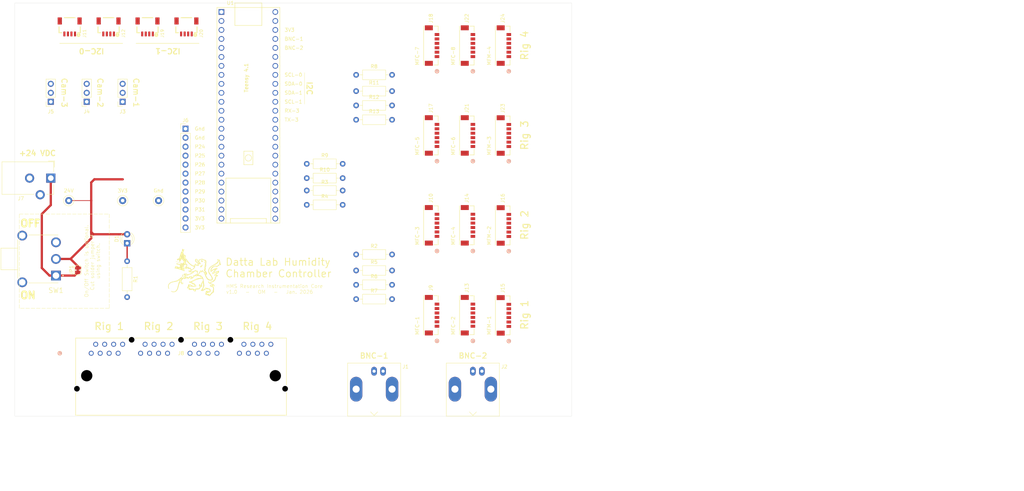
<source format=kicad_pcb>
(kicad_pcb (version 20241229) (generator "pcbnew") (generator_version "9.0")
  (title_block (title "Datta Lab Humidity Chamber Controller") (date "2026-01-07") (rev "1.0") (company "HMS Research Instrumentation Core"))
  (layers (0 "F.Cu" signal) (2 "B.Cu" signal) (13 "F.Paste" user) (15 "B.Paste" user) (5 "F.SilkS" user "F.Silkscreen") (7 "B.SilkS" user "B.Silkscreen") (1 "F.Mask" user) (3 "B.Mask" user) (25 "Edge.Cuts" user))
  (net 0 "")
  (net 1 "Net-(JP1-A)")
  (net 2 "Net-(J6-Pin_4)")
  (net 3 "Net-(J6-Pin_10)")
  (net 4 "Net-(J6-Pin_7)")
  (net 5 "/BNC-1")
  (net 6 "/BNC-2")
  (net 7 "/Cam-1-GPIO-1")
  (net 8 "/Cam-1-GPIO-2")
  (net 9 "GND")
  (net 10 "/SCL-1")
  (net 11 "+24V")
  (net 12 "/SDA-1")
  (net 14 "/Cam-2-GPIO-1")
  (net 17 "Net-(J18-Pin_2)")
  (net 18 "/Cam-2-GPIO-2")
  (net 19 "/Cam-3-GPIO-2")
  (net 20 "/Cam-3-GPIO-1")
  (net 21 "Net-(J6-Pin_8)")
  (net 22 "Net-(J6-Pin_5)")
  (net 23 "Net-(J6-Pin_3)")
  (net 24 "Net-(J6-Pin_6)")
  (net 25 "Net-(J6-Pin_9)")
  (net 27 "+3.3V")
  (net 28 "/GPIO-5")
  (net 30 "/TX-1")
  (net 31 "/TX-5")
  (net 34 "/GPIO-3")
  (net 37 "/GPIO-1")
  (net 40 "/RX-1")
  (net 43 "/GPIO-2")
  (net 46 "/RX-2")
  (net 47 "/TX-3")
  (net 51 "/RX-5")
  (net 55 "/SDA-0")
  (net 56 "/SCL-0")
  (net 57 "Net-(J10-Pin_2)")
  (net 59 "Net-(J13-Pin_2)")
  (net 62 "Net-(J14-Pin_2)")
  (net 64 "Net-(J16-Pin_2)")
  (net 65 "Net-(J21-Pin_2)")
  (net 68 "Net-(J22-Pin_2)")
  (net 70 "Net-(J24-Pin_2)")
  (net 79 "/TX-2")
  (net 80 "/RX-3")
  (net 84 "Net-(D1-K)")
  (footprint "Resistor_THT:R_Axial_DIN0207_L6.3mm_D2.5mm_P10.16mm_Horizontal" (layer "F.Cu") (at 54.61 95.885 -90)
    (property "Reference" "R1")
    (property "Value" "R")
  )
  (footprint "Resistor_THT:R_Axial_DIN0207_L6.3mm_D2.5mm_P10.16mm_Horizontal" (layer "F.Cu") (at 105.41 75.89)
    (property "Reference" "R3")
    (property "Value" "10k")
  )
  (footprint "RIC Logo Footprints:RIC_Logo_15mm" (layer "F.Cu") (at 73.66 99.06)
    (property "Reference" "G1" (hide yes))
    (property "Value" "RIC_Logo" (hide yes))
  )
  (footprint "Resistor_THT:R_Axial_DIN0207_L6.3mm_D2.5mm_P10.16mm_Horizontal" (layer "F.Cu") (at 119.38 55.88)
    (property "Reference" "R13")
    (property "Value" "560")
  )
  (footprint "Connector_Sensirion:CONN_50556806xx_MOL" (layer "F.Cu") (at 150.6804 60.316667 90)
    (property "Reference" "J21")
    (property "Value" "MFC 2")
  )
  (footprint "SparkFun-Connectors:1X04_1MM_RA" (layer "F.Cu") (at 60.372413 31.61284 180)
    (property "Reference" "J19")
    (property "Value" "I2C_STANDARDQWIIC")
  )
  (footprint "Resistor_THT:R_Axial_DIN0207_L6.3mm_D2.5mm_P10.16mm_Horizontal" (layer "F.Cu") (at 105.41 68.34)
    (property "Reference" "R9")
    (property "Value" "10k")
  )
  (footprint "Connector_Sensirion:CONN_50556806xx_MOL" (layer "F.Cu") (at 140.5204 34.898334 90)
    (property "Reference" "J18")
    (property "Value" "MFC 3")
  )
  (footprint "Connector_Sensirion:CONN_50556806xx_MOL" (layer "F.Cu") (at 160.8404 111.208332 90)
    (property "Reference" "J15")
    (property "Value" "MFM 1")
  )
  (footprint "Resistor_THT:R_Axial_DIN0207_L6.3mm_D2.5mm_P10.16mm_Horizontal" (layer "F.Cu") (at 119.38 106.61)
    (property "Reference" "R7")
    (property "Value" "560")
  )
  (footprint "MountingHole:MountingHole_3.2mm_M3" (layer "F.Cu") (at 175.26 27.94)
    (property "Reference" "H6" (hide yes))
    (property "Value" "MountingHole")
  )
  (footprint "TestPoint:TestPoint_Loop_D1.80mm_Drill1.0mm_Beaded" (layer "F.Cu") (at 53.34 78.74)
    (property "Reference" "TP3" (hide yes))
    (property "Value" "3V3")
  )
  (footprint "Connector_PinSocket_2.54mm:PinSocket_1x03_P2.54mm_Vertical" (layer "F.Cu") (at 33.02 50.8 180)
    (property "Reference" "J5")
    (property "Value" "Cam-3")
  )
  (footprint "MountingHole:MountingHole_3.2mm_M3" (layer "F.Cu") (at 304.8 139.7)
    (property "Reference" "H4" (hide yes))
    (property "Value" "MountingHole" (hide yes))
  )
  (footprint "Connector_BarrelJack:BarrelJack_CUI_PJ-102AH_Horizontal" (layer "F.Cu") (at 33.02 72.39 -90)
    (property "Reference" "J7")
    (property "Value" "+24 VDC")
  )
  (footprint "Resistor_THT:R_Axial_DIN0207_L6.3mm_D2.5mm_P10.16mm_Horizontal" (layer "F.Cu") (at 119.38 98.51)
    (property "Reference" "R5")
    (property "Value" "560")
  )
  (footprint "Connector_Coaxial:BNC_Amphenol_B6252HB-NPP3G-50_Horizontal" (layer "F.Cu") (at 152.4 127 180)
    (property "Reference" "J2")
    (property "Value" "BNC-2")
  )
  (footprint "Jumper:SolderJumper-2_P1.3mm_Bridged_RoundedPad1.0x1.5mm" (layer "F.Cu") (at 40.64 98.41 90)
    (property "Reference" "JP1")
    (property "Value" "SolderJumper_2_Open")
  )
  (footprint "RJ45_x4:CONN_A00-432-262-450_EDA" (layer "F.Cu") (at 44.45 121.92)
    (property "Reference" "J8")
    (property "Value" "A00-432-262-450")
  )
  (footprint "LED_THT:LED_D3.0mm" (layer "F.Cu") (at 54.61 90.805 90)
    (property "Reference" "D1")
    (property "Value" "LED")
  )
  (footprint "Resistor_THT:R_Axial_DIN0207_L6.3mm_D2.5mm_P10.16mm_Horizontal" (layer "F.Cu") (at 105.41 72.39)
    (property "Reference" "R10")
    (property "Value" "10k")
  )
  (footprint "OnOff_Switch:SW_500SSP1S1M6QEA" (layer "F.Cu") (at 29.718 95.25 90)
    (property "Reference" "SW1")
    (property "Value" "500SSP1S1M6QEA")
  )
  (footprint "Connector_Sensirion:CONN_50556806xx_MOL" (layer "F.Cu") (at 140.5204 60.316667 90)
    (property "Reference" "J17")
    (property "Value" "MFC 1")
  )
  (footprint "Connector_Sensirion:CONN_50556806xx_MOL" (layer "F.Cu") (at 150.6804 85.735 90)
    (property "Reference" "J14")
    (property "Value" "MFC 4")
  )
  (footprint "SparkFun-Connectors:1X04_1MM_RA" (layer "F.Cu") (at 71.37908 31.61284 180)
    (property "Reference" "J20")
    (property "Value" "I2C_STANDARDQWIIC")
  )
  (footprint "Resistor_THT:R_Axial_DIN0207_L6.3mm_D2.5mm_P10.16mm_Horizontal" (layer "F.Cu") (at 119.38 102.56)
    (property "Reference" "R6")
    (property "Value" "2.7k")
  )
  (footprint "Connector_Sensirion:CONN_50556806xx_MOL" (layer "F.Cu") (at 160.8404 34.898334 90)
    (property "Reference" "J24")
    (property "Value" "MFM 2")
  )
  (footprint "SparkFun-Connectors:1X04_1MM_RA" (layer "F.Cu") (at 49.365747 31.61284 180)
    (property "Reference" "J12")
    (property "Value" "I2C_STANDARDQWIIC")
  )
  (footprint "TestPoint:TestPoint_Loop_D1.80mm_Drill1.0mm_Beaded" (layer "F.Cu") (at 63.5 78.74)
    (property "Reference" "TP1" (hide yes))
    (property "Value" "Gnd")
  )
  (footprint "Resistor_THT:R_Axial_DIN0207_L6.3mm_D2.5mm_P10.16mm_Horizontal" (layer "F.Cu") (at 119.38 51.83)
    (property "Reference" "R12")
    (property "Value" "2.7k")
  )
  (footprint "Connector_Sensirion:CONN_50556806xx_MOL" (layer "F.Cu") (at 140.5204 85.735 90)
    (property "Reference" "J10")
    (property "Value" "MFC 3")
  )
  (footprint "Connector_Sensirion:CONN_50556806xx_MOL" (layer "F.Cu") (at 160.8404 85.771666 90)
    (property "Reference" "J16")
    (property "Value" "MFM 2")
  )
  (footprint "Connector_PinSocket_2.54mm:PinSocket_1x03_P2.54mm_Vertical" (layer "F.Cu") (at 43.18 50.8 180)
    (property "Reference" "J4")
    (property "Value" "Cam-2")
  )
  (footprint "Resistor_THT:R_Axial_DIN0207_L6.3mm_D2.5mm_P10.16mm_Horizontal" (layer "F.Cu") (at 105.41 79.94)
    (property "Reference" "R4")
    (property "Value" "10k")
  )
  (footprint "MountingHole:MountingHole_3.2mm_M3" (layer "F.Cu") (at 27.94 134.62)
    (property "Reference" "H2" (hide yes))
    (property "Value" "MountingHole" (hide yes))
  )
  (footprint "teensy:Teensy41_noInternalPins" (layer "F.Cu") (at 88.9 54.61 -90)
    (property "Reference" "U1")
    (property "Value" "Teensy4.1")
  )
  (footprint "MountingHole:MountingHole_3.2mm_M3" (layer "F.Cu") (at 27.94 27.94)
    (property "Reference" "H1" (hide yes))
    (property "Value" "MountingHole" (hide yes))
  )
  (footprint "Connector_Sensirion:CONN_50556806xx_MOL" (layer "F.Cu") (at 150.6804 34.898334 90)
    (property "Reference" "J22")
    (property "Value" "MFC 4")
  )
  (footprint "Resistor_THT:R_Axial_DIN0207_L6.3mm_D2.5mm_P10.16mm_Horizontal" (layer "F.Cu") (at 119.38 93.98)
    (property "Reference" "R2")
    (property "Value" "1.2k")
  )
  (footprint "Connector_Sensirion:CONN_50556806xx_MOL" (layer "F.Cu") (at 140.5204 111.153333 90)
    (property "Reference" "J9")
    (property "Value" "MFC 1")
  )
  (footprint "TestPoint:TestPoint_Loop_D1.80mm_Drill1.0mm_Beaded" (layer "F.Cu") (at 38.1 78.74)
    (property "Reference" "TP2" (hide yes))
    (property "Value" "24V")
  )
  (footprint "Connector_PinHeader_2.54mm:PinHeader_1x12_P2.54mm_Vertical" (layer "F.Cu") (at 71.12 58.42)
    (property "Reference" "J6")
    (property "Value" "GPIO Breakout Header")
  )
  (footprint "SparkFun-Connectors:1X04_1MM_RA" (layer "F.Cu") (at 38.35908 31.61284 180)
    (property "Reference" "J11")
    (property "Value" "I2C_STANDARDQWIIC")
  )
  (footprint "Connector_Coaxial:BNC_Amphenol_B6252HB-NPP3G-50_Horizontal" (layer "F.Cu") (at 124.46 127 180)
    (property "Reference" "J1")
    (property "Value" "BNC-1")
  )
  (footprint "Resistor_THT:R_Axial_DIN0207_L6.3mm_D2.5mm_P10.16mm_Horizontal" (layer "F.Cu") (at 119.38 47.78)
    (property "Reference" "R11")
    (property "Value" "560")
  )
  (footprint "MountingHole:MountingHole_3.2mm_M3" (layer "F.Cu") (at 304.8 38.1)
    (property "Reference" "H3" (hide yes))
    (property "Value" "MountingHole" (hide yes))
  )
  (footprint "Connector_Sensirion:CONN_50556806xx_MOL" (layer "F.Cu") (at 150.6804 111.153333 90)
    (property "Reference" "J13")
    (property "Value" "MFC 2")
  )
  (footprint "Resistor_THT:R_Axial_DIN0207_L6.3mm_D2.5mm_P10.16mm_Horizontal" (layer "F.Cu") (at 119.38 43.18)
    (property "Reference" "R8")
    (property "Value" "1.2k")
  )
  (footprint "Connector_PinSocket_2.54mm:PinSocket_1x03_P2.54mm_Vertical" (layer "F.Cu") (at 53.34 50.8 180)
    (property "Reference" "J3")
    (property "Value" "Cam-1")
  )
  (footprint "Connector_Sensirion:CONN_50556806xx_MOL" (layer "F.Cu") (at 160.8404 60.335 90)
    (property "Reference" "J23")
    (property "Value" "MFM 1")
  )
  (footprint "MountingHole:MountingHole_3.2mm_M3" (layer "F.Cu") (at 175.26 134.62)
    (property "Reference" "H5" (hide yes))
    (property "Value" "MountingHole")
  )
  (gr_line (start 104.775 42.545) (end 104.775 51.455892) (stroke (width 0.1)) (layer "F.SilkS"))
  (gr_line (start 35.56 34.29) (end 53.34 34.29) (stroke (width 0.1524)) (layer "F.SilkS"))
  (gr_rect (start 24.13 82.55) (end 49.53 109.22) (stroke (width 0.1) (type dash)) (fill no) (layer "F.SilkS"))
  (gr_line (start 57.15 34.29) (end 74.93 34.29) (stroke (width 0.1524)) (layer "F.SilkS"))
  (gr_rect (start 22.86 22.86) (end 180.34 139.7) (stroke (width 0.05)) (fill no) (layer "Edge.Cuts"))
  (gr_text "HMS Research Instrumentation Core\nv1.0   -   OM   -   Jan. 2026" (at 82.55 105.156 0) (layer "F.SilkS") (effects (font (size 1 1) (thickness 0.1)) (justify left bottom)))
  (gr_text "P30" (at 73.66 78.74 0) (layer "F.SilkS") (effects (font (size 1 1)) (justify left)))
  (gr_text "MFC-2" (at 146.837041 116.811071 90) (layer "F.SilkS") (effects (font (size 1 1)) (justify left)))
  (gr_text "BNC-1" (at 99.06 33.02 0) (layer "F.SilkS") (effects (font (size 1 1)) (justify left)))
  (gr_text "P29" (at 73.66 76.2 0) (layer "F.SilkS") (effects (font (size 1 1)) (justify left)))
  (gr_text "SDA-1" (at 99.06 48.26 0) (layer "F.SilkS") (effects (font (size 1 1)) (justify left)))
  (gr_text "Teensy 4.1" (at 88.9 48.26 90) (layer "F.SilkS") (effects (font (size 1.016 1.016) (thickness 0.1905)) (justify left bottom)))
  (gr_text "MFC-1" (at 136.677041 116.811071 90) (layer "F.SilkS") (effects (font (size 1 1)) (justify left)))
  (gr_text "MFM-1" (at 156.997041 116.811071 90) (layer "F.SilkS") (effects (font (size 1 1)) (justify left)))
  (gr_text "MFC-5" (at 136.677041 66.011071 90) (layer "F.SilkS") (effects (font (size 1 1)) (justify left)))
  (gr_text "3V3" (at 73.66 86.36 0) (layer "F.SilkS") (effects (font (size 1 1)) (justify left)))
  (gr_text "MFC-8" (at 146.837041 40.556072 90) (layer "F.SilkS") (effects (font (size 1 1)) (justify left)))
  (gr_text "I2C-1" (at 69.85 35.56 180) (layer "F.SilkS") (effects (font (size 1.524 1.524) (thickness 0.3048) (bold yes)) (justify left bottom)))
  (gr_text "Rig 1" (at 167.015665 111.073178 90) (layer "F.SilkS") (effects (font (size 2.032 2.032) (thickness 0.3048) (bold yes))))
  (gr_text "Rig 2" (at 167.015665 85.673178 90) (layer "F.SilkS") (effects (font (size 2.032 2.032) (thickness 0.3048) (bold yes))))
  (gr_text "MFC-6" (at 146.837041 66.011071 90) (layer "F.SilkS") (effects (font (size 1 1)) (justify left)))
  (gr_text "Gnd" (at 73.66 60.96 0) (layer "F.SilkS") (effects (font (size 1 1)) (justify left)))
  (gr_text "3V3" (at 99.06 30.48 0) (layer "F.SilkS") (effects (font (size 1 1)) (justify left)))
  (gr_text "MFM-3" (at 156.997041 66.011071 90) (layer "F.SilkS") (effects (font (size 1 1)) (justify left)))
  (gr_text "I2C" (at 105.279625 44.946916 270) (layer "F.SilkS") (effects (font (size 1.524 1.524) (thickness 0.3048) (bold yes)) (justify left bottom)))
  (gr_text "Rig 2" (at 63.5 114.3 0) (layer "F.SilkS") (effects (font (size 2.032 2.032) (thickness 0.3048) (bold yes))))
  (gr_text "I2C-0" (at 48.26 35.56 180) (layer "F.SilkS") (effects (font (size 1.524 1.524) (thickness 0.3048) (bold yes)) (justify left bottom)))
  (gr_text "ON" (at 24.13 106.68 0) (layer "F.SilkS") (effects (font (size 2 2) (thickness 0.5) (bold yes)) (justify left bottom)))
  (gr_text "Rig 3" (at 167.015665 60.273178 90) (layer "F.SilkS") (effects (font (size 2.032 2.032) (thickness 0.3048) (bold yes))))
  (gr_text "P24" (at 73.66 63.5 0) (layer "F.SilkS") (effects (font (size 1 1)) (justify left)))
  (gr_text "P27" (at 73.66 71.12 0) (layer "F.SilkS") (effects (font (size 1 1)) (justify left)))
  (gr_text "Rig 4" (at 167.015665 34.873178 90) (layer "F.SilkS") (effects (font (size 2.032 2.032) (thickness 0.3048) (bold yes))))
  (gr_text "Rig 4" (at 91.44 114.3 0) (layer "F.SilkS") (effects (font (size 2.032 2.032) (thickness 0.3048) (bold yes))))
  (gr_text "MFM-4" (at 156.997041 40.556072 90) (layer "F.SilkS") (effects (font (size 1 1)) (justify left)))
  (gr_text "MFM-2" (at 156.997041 91.411071 90) (layer "F.SilkS") (effects (font (size 1 1)) (justify left)))
  (gr_text "Gnd" (at 73.66 58.42 0) (layer "F.SilkS") (effects (font (size 1 1)) (justify left)))
  (gr_text "SCL-1" (at 99.06 50.8 0) (layer "F.SilkS") (effects (font (size 1 1)) (justify left)))
  (gr_text "MFC-7" (at 136.677041 40.556072 90) (layer "F.SilkS") (effects (font (size 1 1)) (justify left)))
  (gr_text "MFC-4" (at 146.837041 91.411071 90) (layer "F.SilkS") (effects (font (size 1 1)) (justify left)))
  (gr_text "BNC-2" (at 99.06 35.56 0) (layer "F.SilkS") (effects (font (size 1 1)) (justify left)))
  (gr_text "RX-3" (at 99.06 53.34 0) (layer "F.SilkS") (effects (font (size 1 1)) (justify left)))
  (gr_text "3V3" (at 73.66 83.82 0) (layer "F.SilkS") (effects (font (size 1 1)) (justify left)))
  (gr_text "Rig 1" (at 49.53 114.3 0) (layer "F.SilkS") (effects (font (size 2.032 2.032) (thickness 0.3048) (bold yes))))
  (gr_text "SCL-0" (at 99.06 43.18 0) (layer "F.SilkS") (effects (font (size 1 1)) (justify left)))
  (gr_text "P25" (at 73.66 66.04 0) (layer "F.SilkS") (effects (font (size 1 1)) (justify left)))
  (gr_text "P28" (at 73.66 73.66 0) (layer "F.SilkS") (effects (font (size 1 1)) (justify left)))
  (gr_text "Rig 3" (at 77.47 114.3 0) (layer "F.SilkS") (effects (font (size 2.032 2.032) (thickness 0.3048) (bold yes))))
  (gr_text "P31" (at 73.66 81.28 0) (layer "F.SilkS") (effects (font (size 1 1)) (justify left)))
  (gr_text "Datta Lab Humidity \nChamber Controller" (at 82.296 100.584 0) (layer "F.SilkS") (effects (font (size 2.032 2.032) (thickness 0.254)) (justify left bottom)))
  (gr_text "TX-3" (at 99.06 55.88 0) (layer "F.SilkS") (effects (font (size 1 1)) (justify left)))
  (gr_text "On/Off Switch is optional.\nCut solder jumper if \nusing switch." (at 46.99 95.83 90) (layer "F.SilkS") (effects (font (size 1.016 1.016) (thickness 0.1)) (justify bottom)))
  (gr_text "OFF" (at 24.13 86.36 0) (layer "F.SilkS") (effects (font (size 2 2) (thickness 0.5) (bold yes)) (justify left bottom)))
  (gr_text "P26" (at 73.66 68.58 0) (layer "F.SilkS") (effects (font (size 1 1)) (justify left)))
  (gr_text "MFC-3" (at 136.677041 91.411071 90) (layer "F.SilkS") (effects (font (size 1 1)) (justify left)))
  (gr_text "SDA-0" (at 99.06 45.72 0) (layer "F.SilkS") (effects (font (size 1 1)) (justify left)))
  (segment (start 30.48 97.79) (end 32.64 99.95) (width 0.635) (layer "F.Cu") (net 1))
  (segment (start 33.02 72.39) (end 33.02 80.01) (width 0.635) (layer "F.Cu") (net 1))
  (segment (start 39.75 99.95) (end 40.64 99.06) (width 0.635) (layer "F.Cu") (net 1))
  (segment (start 34.483 99.95) (end 39.75 99.95) (width 0.635) (layer "F.Cu") (net 1))
  (segment (start 30.48 82.55) (end 30.48 97.79) (width 0.635) (layer "F.Cu") (net 1))
  (segment (start 33.02 80.01) (end 30.48 82.55) (width 0.635) (layer "F.Cu") (net 1))
  (segment (start 32.64 99.95) (end 34.483 99.95) (width 0.635) (layer "F.Cu") (net 1))
  (segment (start 45.3475 72.7225) (end 44.45 73.62) (width 0.635) (layer "F.Cu") (net 11))
  (segment (start 35.56 95.25) (end 34.483 95.25) (width 0.635) (layer "F.Cu") (net 11))
  (segment (start 40.64 97.76) (end 40.64 97.282) (width 0.635) (layer "F.Cu") (net 11))
  (segment (start 40.64 97.282) (end 38.608 95.25) (width 0.635) (layer "F.Cu") (net 11))
  (segment (start 44.45 78.74) (end 44.45 87.63) (width 0.635) (layer "F.Cu") (net 11))
  (segment (start 44.45 89.408) (end 38.608 95.25) (width 0.635) (layer "F.Cu") (net 11))
  (segment (start 53.3825 72.7225) (end 45.3475 72.7225) (width 0.635) (layer "F.Cu") (net 11))
  (segment (start 38.1 78.74) (end 44.45 78.74) (width 0.2) (layer "F.Cu") (net 11))
  (segment (start 45.085 88.265) (end 54.61 88.265) (width 0.635) (layer "F.Cu") (net 11))
  (segment (start 41.395 97.76) (end 40.64 97.76) (width 0.635) (layer "F.Cu") (net 11))
  (segment (start 38.608 95.25) (end 35.56 95.25) (width 0.635) (layer "F.Cu") (net 11))
  (segment (start 44.45 87.63) (end 45.085 88.265) (width 0.635) (layer "F.Cu") (net 11))
  (segment (start 44.45 73.62) (end 44.45 78.74) (width 0.635) (layer "F.Cu") (net 11))
  (segment (start 44.45 87.63) (end 44.45 89.408) (width 0.635) (layer "F.Cu") (net 11))
  (segment (start 54.61 90.805) (end 54.61 95.885) (width 0.381) (layer "F.Cu") (net 84))
)
</source>
